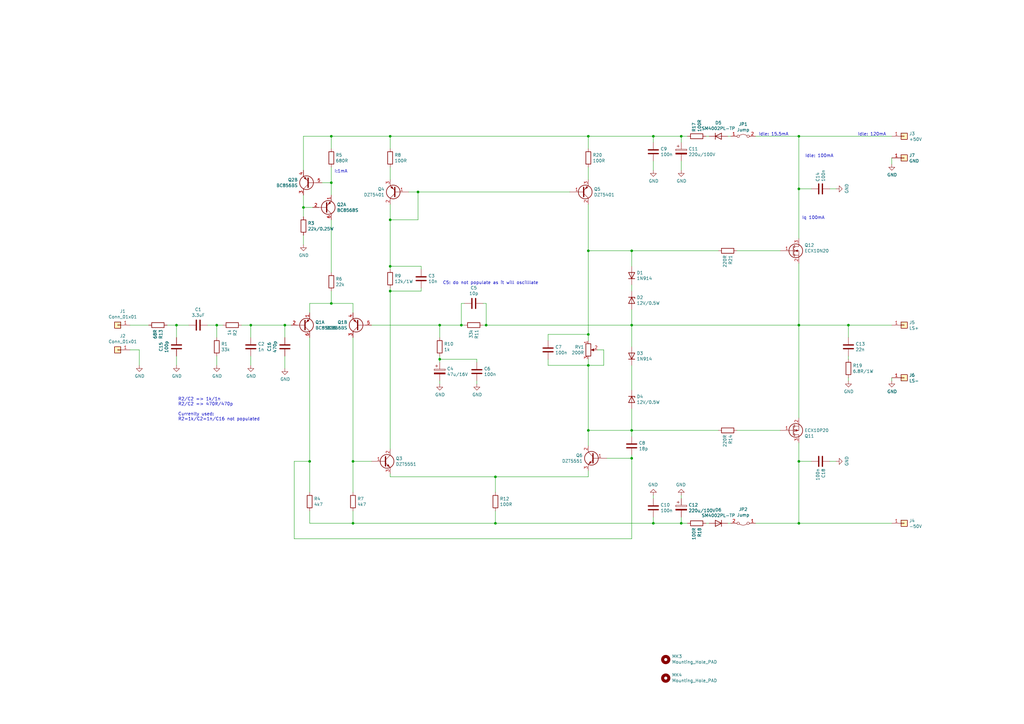
<source format=kicad_sch>
(kicad_sch (version 20211123) (generator eeschema)
  (paper "A3")
  (title_block (title "Lateral MOS FET 80W") (date "2022-03-20") (rev "V2a"))
  (lib_symbols
    (symbol "Connector_Generic:Conn_01x01" (pin_names (offset 1.016) hide)
      (property "Reference" "J" (at 0 2.54 0))
      (property "Value" "Conn_01x01" (at 0 -2.54 0))
      (symbol "Conn_01x01_1_1"
        (rectangle (start -1.27 0.127) (end 0 -0.127) (stroke (width 0.1524)))
        (rectangle (start -1.27 1.27) (end 1.27 -1.27) (stroke (width 0.254)) (fill (type background)))
        (pin passive line (at -5.08 0 0) (length 3.81) (name "Pin_1") (number "1"))
      )
    )
    (symbol "Device:C" (pin_numbers hide) (pin_names (offset 0.254))
      (property "Reference" "C" (at 0.635 2.54 0))
      (property "Value" "C" (at 0.635 -2.54 0))
      (symbol "C_0_1"
        (polyline (pts (xy -2.032 -0.762) (xy 2.032 -0.762)) (stroke (width 0.508)))
        (polyline (pts (xy -2.032 0.762) (xy 2.032 0.762)) (stroke (width 0.508)))
      )
      (symbol "C_1_1"
        (pin passive line (at 0 3.81 270) (length 2.794) (name "~") (number "1"))
        (pin passive line (at 0 -3.81 90) (length 2.794) (name "~") (number "2"))
      )
    )
    (symbol "Device:CP" (pin_numbers hide) (pin_names (offset 0.254))
      (property "Reference" "C" (at 0.635 2.54 0))
      (property "Value" "Device_CP" (at 0.635 -2.54 0))
      (symbol "CP_0_1"
        (rectangle (start -2.286 0.508) (end 2.286 1.016))
        (polyline (pts (xy -1.778 2.286) (xy -0.762 2.286)))
        (polyline (pts (xy -1.27 2.794) (xy -1.27 1.778)))
        (rectangle (start 2.286 -0.508) (end -2.286 -1.016) (fill (type outline)))
      )
      (symbol "CP_1_1"
        (pin passive line (at 0 3.81 270) (length 2.794) (name "~") (number "1"))
        (pin passive line (at 0 -3.81 90) (length 2.794) (name "~") (number "2"))
      )
    )
    (symbol "Device:R" (pin_numbers hide) (pin_names (offset 0))
      (property "Reference" "R" (at 2.032 0 90))
      (property "Value" "R" (at 0 0 90))
      (symbol "R_0_1"
        (rectangle (start -1.016 -2.54) (end 1.016 2.54) (stroke (width 0.254)))
      )
      (symbol "R_1_1"
        (pin passive line (at 0 3.81 270) (length 1.27) (name "~") (number "1"))
        (pin passive line (at 0 -3.81 90) (length 1.27) (name "~") (number "2"))
      )
    )
    (symbol "Device:R_POT" (pin_names (offset 1.016) hide)
      (property "Reference" "RV" (at -4.445 0 90))
      (property "Value" "Device_R_POT" (at -2.54 0 90))
      (symbol "R_POT_0_1"
        (polyline (pts (xy 2.54 0) (xy 1.524 0)))
        (polyline (pts (xy 1.143 0) (xy 2.286 0.508) (xy 2.286 -0.508) (xy 1.143 0)) (fill (type outline)))
        (rectangle (start 1.016 2.54) (end -1.016 -2.54) (stroke (width 0.254)))
      )
      (symbol "R_POT_1_1"
        (pin passive line (at 0 3.81 270) (length 1.27) (name "1") (number "1"))
        (pin passive line (at 3.81 0 180) (length 1.27) (name "2") (number "2"))
        (pin passive line (at 0 -3.81 90) (length 1.27) (name "3") (number "3"))
      )
    )
    (symbol "Diode:1N4002" (pin_numbers hide) (pin_names (offset 1.016) hide)
      (property "Reference" "D" (at 0 2.54 0))
      (property "Value" "1N4002" (at 0 -2.54 0))
      (symbol "1N4002_0_1"
        (polyline (pts (xy -1.27 1.27) (xy -1.27 -1.27)) (stroke (width 0.254)))
        (polyline (pts (xy 1.27 0) (xy -1.27 0)))
        (polyline (pts (xy 1.27 1.27) (xy 1.27 -1.27) (xy -1.27 0) (xy 1.27 1.27)) (stroke (width 0.254)))
      )
      (symbol "1N4002_1_1"
        (pin passive line (at -3.81 0 0) (length 2.54) (name "K") (number "1"))
        (pin passive line (at 3.81 0 180) (length 2.54) (name "A") (number "2"))
      )
    )
    (symbol "Diode:1N4148" (pin_numbers hide) (pin_names (offset 1.016) hide)
      (property "Reference" "D" (at 0 2.54 0))
      (property "Value" "1N4148" (at 0 -2.54 0))
      (symbol "1N4148_0_1"
        (polyline (pts (xy -1.27 1.27) (xy -1.27 -1.27)) (stroke (width 0.254)))
        (polyline (pts (xy 1.27 0) (xy -1.27 0)))
        (polyline (pts (xy 1.27 1.27) (xy 1.27 -1.27) (xy -1.27 0) (xy 1.27 1.27)) (stroke (width 0.254)))
      )
      (symbol "1N4148_1_1"
        (pin passive line (at -3.81 0 0) (length 2.54) (name "K") (number "1"))
        (pin passive line (at 3.81 0 180) (length 2.54) (name "A") (number "2"))
      )
    )
    (symbol "Diode:ZPDxx" (pin_numbers hide) (pin_names (offset 1.016) hide)
      (property "Reference" "D" (at 0 2.54 0))
      (property "Value" "ZPDxx" (at 0 -2.54 0))
      (symbol "ZPDxx_0_1"
        (polyline (pts (xy 1.27 0) (xy -1.27 0)))
        (polyline (pts (xy -1.27 -1.27) (xy -1.27 1.27) (xy -0.762 1.27)) (stroke (width 0.254)))
        (polyline (pts (xy 1.27 -1.27) (xy 1.27 1.27) (xy -1.27 0) (xy 1.27 -1.27)) (stroke (width 0.254)))
      )
      (symbol "ZPDxx_1_1"
        (pin passive line (at -3.81 0 0) (length 2.54) (name "K") (number "1"))
        (pin passive line (at 3.81 0 180) (length 2.54) (name "A") (number "2"))
      )
    )
    (symbol "Jumper:Jumper_2_Bridged" (pin_names (offset 0) hide)
      (property "Reference" "JP" (at 0 1.905 0))
      (property "Value" "Jumper_2_Bridged" (at 0 -2.54 0))
      (symbol "Jumper_2_Bridged_0_0"
        (circle (center -2.032 0) (radius 0.508))
        (circle (center 2.032 0) (radius 0.508))
      )
      (symbol "Jumper_2_Bridged_0_1"
        (arc (start 1.524 0.254) (mid 0 0.762) (end -1.524 0.254))
      )
      (symbol "Jumper_2_Bridged_1_1"
        (pin passive line (at -5.08 0 0) (length 2.54) (name "A") (number "1"))
        (pin passive line (at 5.08 0 180) (length 2.54) (name "B") (number "2"))
      )
    )
    (symbol "Mechanical:MountingHole" (pin_names (offset 1.016))
      (property "Reference" "H" (at 0 5.08 0))
      (property "Value" "MountingHole" (at 0 3.175 0))
      (symbol "MountingHole_0_1"
        (circle (center 0 0) (radius 1.27) (stroke (width 1.27)))
      )
    )
    (symbol "Transistor_BJT:BC856BS" (pin_names (offset 0) hide)
      (property "Reference" "Q" (at 5.08 1.27 0))
      (property "Value" "BC856BS" (at 5.08 -1.27 0))
      (symbol "BC856BS_0_1"
        (polyline (pts (xy 0.635 0) (xy -2.54 0)))
        (polyline (pts (xy 0.635 0.635) (xy 2.54 2.54)))
        (polyline (pts (xy 0.635 -0.635) (xy 2.54 -2.54) (xy 2.54 -2.54)))
        (polyline (pts (xy 0.635 1.905) (xy 0.635 -1.905) (xy 0.635 -1.905)) (stroke (width 0.508)))
        (polyline (pts (xy 2.286 -1.778) (xy 1.778 -2.286) (xy 1.27 -1.27) (xy 2.286 -1.778) (xy 2.286 -1.778)) (fill (type outline)))
        (circle (center 1.27 0) (radius 2.8194) (stroke (width 0.254)))
      )
      (symbol "BC856BS_1_1"
        (pin passive line (at 2.54 -5.08 90) (length 2.54) (name "E1") (number "1"))
        (pin input line (at -5.08 0 0) (length 2.54) (name "B1") (number "2"))
        (pin passive line (at 2.54 5.08 270) (length 2.54) (name "C1") (number "6"))
      )
      (symbol "BC856BS_2_1"
        (pin passive line (at 2.54 5.08 270) (length 2.54) (name "C2") (number "3"))
        (pin passive line (at 2.54 -5.08 90) (length 2.54) (name "E2") (number "4"))
        (pin input line (at -5.08 0 0) (length 2.54) (name "B2") (number "5"))
      )
    )
    (symbol "kicad-snk:DZT5401" (pin_names (offset 0) hide)
      (property "Reference" "Q" (at 5.08 1.905 0))
      (property "Value" "kicad-snk_DZT5401" (at 5.08 0 0))
      (symbol "DZT5401_0_1"
        (polyline (pts (xy 0.635 0.635) (xy 2.54 2.54)))
        (polyline (pts (xy 0.635 -0.635) (xy 2.54 -2.54) (xy 2.54 -2.54)))
        (polyline (pts (xy 0.635 1.905) (xy 0.635 -1.905) (xy 0.635 -1.905)) (stroke (width 0.508)))
        (polyline (pts (xy 2.286 -1.778) (xy 1.778 -2.286) (xy 1.27 -1.27) (xy 2.286 -1.778) (xy 2.286 -1.778)) (fill (type outline)))
        (circle (center 1.27 0) (radius 2.8194) (stroke (width 0.254)))
      )
      (symbol "DZT5401_1_1"
        (pin input line (at -5.08 0 0) (length 5.715) (name "B") (number "1"))
        (pin passive line (at 2.54 5.08 270) (length 2.54) (name "C") (number "2"))
        (pin passive line (at 2.54 -5.08 90) (length 2.54) (name "E") (number "3"))
      )
    )
    (symbol "kicad-snk:DZT5551" (pin_names (offset 0) hide)
      (property "Reference" "Q" (at 5.08 1.905 0))
      (property "Value" "kicad-snk_DZT5551" (at 5.08 0 0))
      (symbol "DZT5551_0_1"
        (polyline (pts (xy 0.635 0.635) (xy 2.54 2.54)))
        (polyline (pts (xy 0.635 -0.635) (xy 2.54 -2.54) (xy 2.54 -2.54)))
        (polyline (pts (xy 0.635 1.905) (xy 0.635 -1.905) (xy 0.635 -1.905)) (stroke (width 0.508)))
        (polyline (pts (xy 1.27 -1.778) (xy 1.778 -1.27) (xy 2.286 -2.286) (xy 1.27 -1.778) (xy 1.27 -1.778)) (fill (type outline)))
        (circle (center 1.27 0) (radius 2.8194) (stroke (width 0.254)))
      )
      (symbol "DZT5551_1_1"
        (pin input line (at -5.08 0 0) (length 5.715) (name "B") (number "1"))
        (pin passive line (at 2.54 5.08 270) (length 2.54) (name "C") (number "2"))
        (pin passive line (at 2.54 -5.08 90) (length 2.54) (name "E") (number "3"))
      )
    )
    (symbol "kicad-snk:Q_NMOS_GSD" (pin_names (offset 0) hide)
      (property "Reference" "Q" (at 7.62 1.27 0))
      (property "Value" "kicad-snk_Q_NMOS_GSD" (at 16.51 -1.27 0))
      (symbol "Q_NMOS_GSD_0_1"
        (polyline (pts (xy 0.762 -1.778) (xy 2.54 -1.778)))
        (polyline (pts (xy 0.762 -1.27) (xy 0.762 -2.286)) (stroke (width 0.254)))
        (polyline (pts (xy 0.762 0) (xy 2.54 0)))
        (polyline (pts (xy 0.762 0.508) (xy 0.762 -0.508)) (stroke (width 0.254)))
        (polyline (pts (xy 0.762 1.778) (xy 2.54 1.778)))
        (polyline (pts (xy 0.762 2.286) (xy 0.762 1.27)) (stroke (width 0.254)))
        (polyline (pts (xy 2.54 -1.778) (xy 2.54 -2.54)))
        (polyline (pts (xy 2.54 -1.778) (xy 2.54 0)))
        (polyline (pts (xy 2.54 2.54) (xy 2.54 1.778)))
        (polyline (pts (xy 0.254 1.905) (xy 0.254 -1.905) (xy 0.254 -1.905)) (stroke (width 0.254)))
        (polyline (pts (xy 1.016 0) (xy 2.032 0.381) (xy 2.032 -0.381) (xy 1.016 0)) (fill (type outline)))
        (circle (center 1.27 0) (radius 2.8194) (stroke (width 0.254)))
      )
      (symbol "Q_NMOS_GSD_1_1"
        (pin input line (at -5.08 0 0) (length 5.334) (name "G") (number "1"))
        (pin passive line (at 2.54 -5.08 90) (length 2.54) (name "S") (number "2"))
        (pin passive line (at 2.54 5.08 270) (length 2.54) (name "D") (number "3"))
      )
    )
    (symbol "kicad-snk:Q_PMOS_GSD" (pin_names (offset 0) hide)
      (property "Reference" "Q" (at 7.62 1.27 0))
      (property "Value" "kicad-snk_Q_PMOS_GSD" (at 16.51 -1.27 0))
      (symbol "Q_PMOS_GSD_0_1"
        (polyline (pts (xy 0.762 -1.778) (xy 2.54 -1.778)))
        (polyline (pts (xy 0.762 -1.27) (xy 0.762 -2.286)) (stroke (width 0.254)))
        (polyline (pts (xy 0.762 0) (xy 2.54 0)))
        (polyline (pts (xy 0.762 0.508) (xy 0.762 -0.508)) (stroke (width 0.254)))
        (polyline (pts (xy 0.762 1.778) (xy 2.54 1.778)))
        (polyline (pts (xy 0.762 2.286) (xy 0.762 1.27)) (stroke (width 0.254)))
        (polyline (pts (xy 2.54 -1.778) (xy 2.54 -2.54)))
        (polyline (pts (xy 2.54 -1.778) (xy 2.54 0)))
        (polyline (pts (xy 2.54 2.54) (xy 2.54 1.778)))
        (polyline (pts (xy 0.254 1.905) (xy 0.254 -1.905) (xy 0.254 -1.905)) (stroke (width 0.254)))
        (polyline (pts (xy 2.286 0) (xy 1.27 -0.381) (xy 1.27 0.381) (xy 2.286 0)) (fill (type outline)))
        (circle (center 1.27 0) (radius 2.8194) (stroke (width 0.254)))
      )
      (symbol "Q_PMOS_GSD_1_1"
        (pin input line (at -5.08 0 0) (length 5.334) (name "G") (number "1"))
        (pin passive line (at 2.54 -5.08 90) (length 2.54) (name "D") (number "2"))
        (pin passive line (at 2.54 5.08 270) (length 2.54) (name "S") (number "3"))
      )
    )
    (symbol "power:GND" (power) (pin_names (offset 0))
      (property "Value" "GND" (at 0 -3.81 0))
      (symbol "GND_0_1"
        (polyline (pts (xy 0 0) (xy 0 -1.27) (xy 1.27 -1.27) (xy 0 -2.54) (xy -1.27 -1.27) (xy 0 -1.27)))
      )
      (symbol "GND_1_1"
        (pin power_in line (at 0 0 270) (length 0) hide (name "GND") (number "1"))
      )
    )
  )
  (junction (at 241.3 55.88))
  (junction (at 135.89 74.93))
  (junction (at 259.08 102.87))
  (junction (at 180.34 133.35))
  (junction (at 116.84 133.35))
  (junction (at 347.98 133.35))
  (junction (at 241.3 137.16))
  (junction (at 241.3 102.87))
  (junction (at 160.02 90.17))
  (junction (at 135.89 124.46))
  (junction (at 267.97 214.63))
  (junction (at 88.9 133.35))
  (junction (at 259.08 133.35))
  (junction (at 160.02 109.22))
  (junction (at 241.3 149.86))
  (junction (at 267.97 55.88))
  (junction (at 327.66 189.23))
  (junction (at 279.4 55.88))
  (junction (at 171.45 78.74))
  (junction (at 327.66 55.88))
  (junction (at 203.2 214.63))
  (junction (at 135.89 55.88))
  (junction (at 144.78 189.23))
  (junction (at 72.39 133.35))
  (junction (at 189.23 133.35))
  (junction (at 203.2 195.58))
  (junction (at 327.66 133.35))
  (junction (at 199.39 133.35))
  (junction (at 327.66 214.63))
  (junction (at 127 189.23))
  (junction (at 241.3 176.53))
  (junction (at 259.08 187.96))
  (junction (at 124.46 85.09))
  (junction (at 160.02 55.88))
  (junction (at 160.02 119.38))
  (junction (at 259.08 176.53))
  (junction (at 102.87 133.35))
  (junction (at 180.34 147.32))
  (junction (at 144.78 214.63))
  (junction (at 279.4 214.63))
  (junction (at 327.66 77.47))
  (wire (pts (xy 57.15 143.51) (xy 53.34 143.51)))
  (wire (pts (xy 247.65 149.86) (xy 247.65 143.51)))
  (wire (pts (xy 309.88 214.63) (xy 327.66 214.63)))
  (wire (pts (xy 189.23 124.46) (xy 189.23 133.35)))
  (wire (pts (xy 195.58 147.32) (xy 180.34 147.32)))
  (wire (pts (xy 160.02 194.31) (xy 160.02 195.58)))
  (wire (pts (xy 327.66 214.63) (xy 327.66 189.23)))
  (wire (pts (xy 259.08 176.53) (xy 241.3 176.53)))
  (wire (pts (xy 190.5 124.46) (xy 189.23 124.46)))
  (wire (pts (xy 195.58 148.59) (xy 195.58 147.32)))
  (wire (pts (xy 259.08 109.22) (xy 259.08 102.87)))
  (wire (pts (xy 144.78 138.43) (xy 144.78 189.23)))
  (wire (pts (xy 135.89 119.38) (xy 135.89 124.46)))
  (wire (pts (xy 267.97 55.88) (xy 267.97 58.42)))
  (wire (pts (xy 68.58 133.35) (xy 72.39 133.35)))
  (wire (pts (xy 53.34 133.35) (xy 60.96 133.35)))
  (wire (pts (xy 259.08 133.35) (xy 259.08 127)))
  (wire (pts (xy 267.97 66.04) (xy 267.97 69.85)))
  (wire (pts (xy 332.74 77.47) (xy 327.66 77.47)))
  (wire (pts (xy 172.72 110.49) (xy 172.72 109.22)))
  (wire (pts (xy 332.74 189.23) (xy 327.66 189.23)))
  (wire (pts (xy 135.89 74.93) (xy 135.89 68.58)))
  (wire (pts (xy 72.39 133.35) (xy 77.47 133.35)))
  (wire (pts (xy 119.38 133.35) (xy 116.84 133.35)))
  (wire (pts (xy 279.4 55.88) (xy 279.4 58.42)))
  (wire (pts (xy 327.66 97.79) (xy 327.66 77.47)))
  (wire (pts (xy 120.65 220.98) (xy 259.08 220.98)))
  (wire (pts (xy 180.34 147.32) (xy 180.34 146.05)))
  (wire (pts (xy 241.3 149.86) (xy 247.65 149.86)))
  (wire (pts (xy 241.3 55.88) (xy 160.02 55.88)))
  (wire (pts (xy 120.65 189.23) (xy 120.65 220.98)))
  (wire (pts (xy 144.78 214.63) (xy 203.2 214.63)))
  (wire (pts (xy 290.83 55.88) (xy 289.56 55.88)))
  (wire (pts (xy 102.87 138.43) (xy 102.87 133.35)))
  (wire (pts (xy 302.26 176.53) (xy 320.04 176.53)))
  (wire (pts (xy 241.3 149.86) (xy 241.3 176.53)))
  (wire (pts (xy 160.02 90.17) (xy 160.02 83.82)))
  (wire (pts (xy 203.2 195.58) (xy 241.3 195.58)))
  (wire (pts (xy 132.08 74.93) (xy 135.89 74.93)))
  (wire (pts (xy 171.45 90.17) (xy 171.45 78.74)))
  (wire (pts (xy 160.02 60.96) (xy 160.02 55.88)))
  (wire (pts (xy 298.45 55.88) (xy 299.72 55.88)))
  (wire (pts (xy 127 128.27) (xy 127 124.46)))
  (wire (pts (xy 365.76 64.77) (xy 365.76 67.31)))
  (wire (pts (xy 241.3 139.7) (xy 241.3 137.16)))
  (wire (pts (xy 259.08 160.02) (xy 259.08 149.86)))
  (wire (pts (xy 127 124.46) (xy 135.89 124.46)))
  (wire (pts (xy 135.89 55.88) (xy 124.46 55.88)))
  (wire (pts (xy 327.66 77.47) (xy 327.66 55.88)))
  (wire (pts (xy 241.3 147.32) (xy 241.3 149.86)))
  (wire (pts (xy 241.3 73.66) (xy 241.3 68.58)))
  (wire (pts (xy 127 201.93) (xy 127 189.23)))
  (wire (pts (xy 160.02 119.38) (xy 160.02 118.11)))
  (wire (pts (xy 172.72 118.11) (xy 172.72 119.38)))
  (wire (pts (xy 267.97 214.63) (xy 203.2 214.63)))
  (wire (pts (xy 327.66 189.23) (xy 327.66 181.61)))
  (wire (pts (xy 259.08 102.87) (xy 294.64 102.87)))
  (wire (pts (xy 347.98 138.43) (xy 347.98 133.35)))
  (wire (pts (xy 72.39 133.35) (xy 72.39 138.43)))
  (wire (pts (xy 102.87 149.86) (xy 102.87 146.05)))
  (wire (pts (xy 88.9 149.86) (xy 88.9 146.05)))
  (wire (pts (xy 135.89 80.01) (xy 135.89 74.93)))
  (wire (pts (xy 347.98 156.21) (xy 347.98 154.94)))
  (wire (pts (xy 180.34 133.35) (xy 152.4 133.35)))
  (wire (pts (xy 241.3 176.53) (xy 241.3 182.88)))
  (wire (pts (xy 160.02 73.66) (xy 160.02 68.58)))
  (wire (pts (xy 224.79 139.7) (xy 224.79 137.16)))
  (wire (pts (xy 102.87 133.35) (xy 116.84 133.35)))
  (wire (pts (xy 302.26 102.87) (xy 320.04 102.87)))
  (wire (pts (xy 342.9 77.47) (xy 340.36 77.47)))
  (wire (pts (xy 279.4 214.63) (xy 267.97 214.63)))
  (wire (pts (xy 199.39 133.35) (xy 199.39 124.46)))
  (wire (pts (xy 309.88 55.88) (xy 327.66 55.88)))
  (wire (pts (xy 279.4 212.09) (xy 279.4 214.63)))
  (wire (pts (xy 124.46 80.01) (xy 124.46 85.09)))
  (wire (pts (xy 347.98 147.32) (xy 347.98 146.05)))
  (wire (pts (xy 180.34 148.59) (xy 180.34 147.32)))
  (wire (pts (xy 195.58 157.48) (xy 195.58 156.21)))
  (wire (pts (xy 327.66 55.88) (xy 365.76 55.88)))
  (wire (pts (xy 88.9 138.43) (xy 88.9 133.35)))
  (wire (pts (xy 171.45 78.74) (xy 233.68 78.74)))
  (wire (pts (xy 203.2 214.63) (xy 203.2 209.55)))
  (wire (pts (xy 124.46 100.33) (xy 124.46 96.52)))
  (wire (pts (xy 299.72 214.63) (xy 298.45 214.63)))
  (wire (pts (xy 160.02 90.17) (xy 171.45 90.17)))
  (wire (pts (xy 135.89 60.96) (xy 135.89 55.88)))
  (wire (pts (xy 160.02 119.38) (xy 160.02 184.15)))
  (wire (pts (xy 365.76 133.35) (xy 347.98 133.35)))
  (wire (pts (xy 281.94 55.88) (xy 279.4 55.88)))
  (wire (pts (xy 248.92 187.96) (xy 259.08 187.96)))
  (wire (pts (xy 127 214.63) (xy 144.78 214.63)))
  (wire (pts (xy 160.02 195.58) (xy 203.2 195.58)))
  (wire (pts (xy 224.79 147.32) (xy 224.79 149.86)))
  (wire (pts (xy 160.02 55.88) (xy 135.89 55.88)))
  (wire (pts (xy 241.3 55.88) (xy 241.3 60.96)))
  (wire (pts (xy 327.66 107.95) (xy 327.66 133.35)))
  (wire (pts (xy 144.78 214.63) (xy 144.78 209.55)))
  (wire (pts (xy 135.89 124.46) (xy 144.78 124.46)))
  (wire (pts (xy 160.02 119.38) (xy 172.72 119.38)))
  (wire (pts (xy 279.4 66.04) (xy 279.4 69.85)))
  (wire (pts (xy 124.46 85.09) (xy 124.46 88.9)))
  (wire (pts (xy 347.98 133.35) (xy 327.66 133.35)))
  (wire (pts (xy 85.09 133.35) (xy 88.9 133.35)))
  (wire (pts (xy 241.3 195.58) (xy 241.3 193.04)))
  (wire (pts (xy 160.02 109.22) (xy 172.72 109.22)))
  (wire (pts (xy 160.02 110.49) (xy 160.02 109.22)))
  (wire (pts (xy 267.97 204.47) (xy 267.97 203.2)))
  (wire (pts (xy 180.34 157.48) (xy 180.34 156.21)))
  (wire (pts (xy 259.08 176.53) (xy 259.08 167.64)))
  (wire (pts (xy 102.87 133.35) (xy 99.06 133.35)))
  (wire (pts (xy 342.9 189.23) (xy 340.36 189.23)))
  (wire (pts (xy 116.84 146.05) (xy 116.84 151.13)))
  (wire (pts (xy 241.3 102.87) (xy 241.3 83.82)))
  (wire (pts (xy 199.39 133.35) (xy 259.08 133.35)))
  (wire (pts (xy 224.79 149.86) (xy 241.3 149.86)))
  (wire (pts (xy 72.39 146.05) (xy 72.39 149.86)))
  (wire (pts (xy 167.64 78.74) (xy 171.45 78.74)))
  (wire (pts (xy 127 209.55) (xy 127 214.63)))
  (wire (pts (xy 245.11 143.51) (xy 247.65 143.51)))
  (wire (pts (xy 241.3 137.16) (xy 241.3 102.87)))
  (wire (pts (xy 144.78 124.46) (xy 144.78 128.27)))
  (wire (pts (xy 144.78 201.93) (xy 144.78 189.23)))
  (wire (pts (xy 259.08 187.96) (xy 259.08 186.69)))
  (wire (pts (xy 290.83 214.63) (xy 289.56 214.63)))
  (wire (pts (xy 327.66 214.63) (xy 365.76 214.63)))
  (wire (pts (xy 279.4 203.2) (xy 279.4 204.47)))
  (wire (pts (xy 124.46 55.88) (xy 124.46 69.85)))
  (wire (pts (xy 241.3 102.87) (xy 259.08 102.87)))
  (wire (pts (xy 128.27 85.09) (xy 124.46 85.09)))
  (wire (pts (xy 91.44 133.35) (xy 88.9 133.35)))
  (wire (pts (xy 57.15 149.86) (xy 57.15 143.51)))
  (wire (pts (xy 160.02 109.22) (xy 160.02 90.17)))
  (wire (pts (xy 189.23 133.35) (xy 180.34 133.35)))
  (wire (pts (xy 198.12 133.35) (xy 199.39 133.35)))
  (wire (pts (xy 259.08 142.24) (xy 259.08 133.35)))
  (wire (pts (xy 190.5 133.35) (xy 189.23 133.35)))
  (wire (pts (xy 127 138.43) (xy 127 189.23)))
  (wire (pts (xy 199.39 124.46) (xy 198.12 124.46)))
  (wire (pts (xy 127 189.23) (xy 120.65 189.23)))
  (wire (pts (xy 224.79 137.16) (xy 241.3 137.16)))
  (wire (pts (xy 267.97 212.09) (xy 267.97 214.63)))
  (wire (pts (xy 267.97 55.88) (xy 241.3 55.88)))
  (wire (pts (xy 259.08 133.35) (xy 327.66 133.35)))
  (wire (pts (xy 116.84 133.35) (xy 116.84 138.43)))
  (wire (pts (xy 259.08 119.38) (xy 259.08 116.84)))
  (wire (pts (xy 259.08 176.53) (xy 294.64 176.53)))
  (wire (pts (xy 180.34 138.43) (xy 180.34 133.35)))
  (wire (pts (xy 279.4 55.88) (xy 267.97 55.88)))
  (wire (pts (xy 259.08 220.98) (xy 259.08 187.96)))
  (wire (pts (xy 203.2 201.93) (xy 203.2 195.58)))
  (wire (pts (xy 281.94 214.63) (xy 279.4 214.63)))
  (wire (pts (xy 259.08 179.07) (xy 259.08 176.53)))
  (wire (pts (xy 327.66 133.35) (xy 327.66 171.45)))
  (wire (pts (xy 135.89 111.76) (xy 135.89 90.17)))
  (wire (pts (xy 365.76 156.21) (xy 365.76 154.94)))
  (wire (pts (xy 152.4 189.23) (xy 144.78 189.23)))
  (text "C5: do not populate as it will oscilllate" (at 181.61 116.84 0) (effects (font (size 1.27 1.27)) (justify left bottom)))
  (text "Idle: 100mA" (at 330.2 64.77 0) (effects (font (size 1.27 1.27)) (justify left bottom)))
  (text "Iq 100mA" (at 328.93 90.17 0) (effects (font (size 1.27 1.27)) (justify left bottom)))
  (text "Idle: 15.5mA" (at 311.15 55.88 0) (effects (font (size 1.27 1.27)) (justify left bottom)))
  (text "Idle: 120mA" (at 351.79 55.88 0) (effects (font (size 1.27 1.27)) (justify left bottom)))
  (text "I:1mA" (at 137.16 71.12 0) (effects (font (size 1.27 1.27)) (justify left bottom)))
  (text "R2/C2 => 1k/1n\nR2/C2 => 470R/470p\n\nCurrenlty used:\nR2=1k/C2=1n/C16 not populated" (at 73.025 172.72 0) (effects (font (size 1.27 1.27)) (justify left bottom)))
  (symbol (lib_id "Device:R") (at 95.25 133.35 270) (unit 1)
    (property "Reference" "R2" (at 96.4184 135.128 0) (effects (justify left)))
    (property "Value" "1k" (at 94.107 135.128 0) (effects (justify left)))
    (property "Footprint" "Resistor_SMD:R_0805_2012Metric_Pad1.20x1.40mm_HandSolder" (effects hide))
  )
  (symbol (lib_id "Device:C") (at 102.87 142.24 0) (unit 1)
    (property "Reference" "C2" (at 105.791 141.0716 0) (effects (justify left)))
    (property "Value" "1n" (at 105.791 143.383 0) (effects (justify left)))
    (property "Footprint" "Capacitor_THT:C_Rect_L7.2mm_W2.5mm_P5.00mm_FKS2_FKP2_MKS2_MKP2" (effects hide))
  )
  (symbol (lib_id "Device:C") (at 81.28 133.35 270) (unit 1)
    (property "Reference" "C1" (at 81.28 126.9492 90))
    (property "Value" "3.3uF" (at 81.28 129.2606 90))
    (property "Footprint" "Capacitor_THT:C_Rect_L7.2mm_W7.2mm_P5.00mm_FKS2_FKP2_MKS2_MKP2" (effects hide))
  )
  (symbol (lib_id "power:GND") (at 88.9 149.86 0) (unit 1)
    (property "Reference" "#PWR0101" (effects hide))
    (property "Value" "GND" (at 89.027 154.2542 0))
  )
  (symbol (lib_id "Device:R") (at 88.9 142.24 0) (unit 1)
    (property "Reference" "R1" (at 90.678 141.0716 0) (effects (justify left)))
    (property "Value" "33k" (at 90.678 143.383 0) (effects (justify left)))
    (property "Footprint" "Resistor_SMD:R_0805_2012Metric_Pad1.20x1.40mm_HandSolder" (effects hide))
  )
  (symbol (lib_id "power:GND") (at 57.15 149.86 0) (unit 1)
    (property "Reference" "#PWR0102" (effects hide))
    (property "Value" "GND" (at 57.277 154.2542 0))
  )
  (symbol (lib_id "Connector_Generic:Conn_01x01") (at 48.26 133.35 180) (unit 1)
    (property "Reference" "J1" (at 50.3428 127.635 0))
    (property "Value" "Conn_01x01" (at 50.3428 129.9464 0))
    (property "Footprint" "Connector_Pin:Pin_D1.0mm_L10.0mm" (effects hide))
  )
  (symbol (lib_id "Connector_Generic:Conn_01x01") (at 48.26 143.51 180) (unit 1)
    (property "Reference" "J2" (at 50.3428 137.795 0))
    (property "Value" "Conn_01x01" (at 50.3428 140.1064 0))
    (property "Footprint" "Connector_Pin:Pin_D1.0mm_L10.0mm" (effects hide))
  )
  (symbol (lib_id "Device:R") (at 135.89 115.57 0) (unit 1)
    (property "Reference" "R6" (at 137.668 114.4016 0) (effects (justify left)))
    (property "Value" "22k" (at 137.668 116.713 0) (effects (justify left)))
    (property "Footprint" "Resistor_SMD:R_0805_2012Metric_Pad1.20x1.40mm_HandSolder" (effects hide))
  )
  (symbol (lib_id "Device:R") (at 124.46 92.71 0) (unit 1)
    (property "Reference" "R3" (at 126.238 91.5416 0) (effects (justify left)))
    (property "Value" "22k/0.25W" (at 126.238 93.853 0) (effects (justify left)))
    (property "Footprint" "Resistor_SMD:R_0805_2012Metric_Pad1.20x1.40mm_HandSolder" (effects hide))
  )
  (symbol (lib_id "power:GND") (at 124.46 100.33 0) (unit 1)
    (property "Reference" "#PWR0103" (effects hide))
    (property "Value" "GND" (at 124.587 104.7242 0))
  )
  (symbol (lib_id "Jumper:Jumper_2_Bridged") (at 304.8 55.88 0) (unit 1)
    (property "Reference" "JP1" (at 304.8 50.927 0))
    (property "Value" "Jump" (at 304.8 53.2384 0))
    (property "Footprint" "Connector_PinHeader_2.54mm:PinHeader_1x02_P2.54mm_Vertical" (effects hide))
  )
  (symbol (lib_id "Device:R") (at 135.89 64.77 0) (unit 1)
    (property "Reference" "R5" (at 137.668 63.6016 0) (effects (justify left)))
    (property "Value" "680R" (at 137.668 65.913 0) (effects (justify left)))
    (property "Footprint" "Resistor_SMD:R_0805_2012Metric_Pad1.20x1.40mm_HandSolder" (effects hide))
  )
  (symbol (lib_id "Jumper:Jumper_2_Bridged") (at 304.8 214.63 180) (unit 1)
    (property "Reference" "JP2" (at 304.8 208.915 0))
    (property "Value" "Jump" (at 304.8 211.2264 0))
    (property "Footprint" "Connector_PinHeader_2.54mm:PinHeader_1x02_P2.54mm_Vertical" (effects hide))
  )
  (symbol (lib_id "Device:R") (at 160.02 64.77 0) (unit 1)
    (property "Reference" "R8" (at 161.798 63.6016 0) (effects (justify left)))
    (property "Value" "100R" (at 161.798 65.913 0) (effects (justify left)))
    (property "Footprint" "Resistor_SMD:R_0805_2012Metric_Pad1.20x1.40mm_HandSolder" (effects hide))
  )
  (symbol (lib_id "Device:CP") (at 180.34 152.4 0) (unit 1)
    (property "Reference" "C4" (at 183.3372 151.2316 0) (effects (justify left)))
    (property "Value" "47u/16V" (at 183.3372 153.543 0) (effects (justify left)))
    (property "Footprint" "Capacitor_THT:CP_Radial_D5.0mm_P2.00mm" (effects hide))
  )
  (symbol (lib_id "Device:C") (at 195.58 152.4 0) (unit 1)
    (property "Reference" "C6" (at 198.501 151.2316 0) (effects (justify left)))
    (property "Value" "100n" (at 198.501 153.543 0) (effects (justify left)))
    (property "Footprint" "Capacitor_THT:C_Rect_L7.2mm_W2.5mm_P5.00mm_FKS2_FKP2_MKS2_MKP2" (effects hide))
  )
  (symbol (lib_id "Device:R") (at 180.34 142.24 0) (unit 1)
    (property "Reference" "R10" (at 182.118 141.0716 0) (effects (justify left)))
    (property "Value" "1k" (at 182.118 143.383 0) (effects (justify left)))
    (property "Footprint" "Resistor_SMD:R_0805_2012Metric_Pad1.20x1.40mm_HandSolder" (effects hide))
  )
  (symbol (lib_id "Device:R") (at 144.78 205.74 0) (unit 1)
    (property "Reference" "R7" (at 146.558 204.5716 0) (effects (justify left)))
    (property "Value" "4k7" (at 146.558 206.883 0) (effects (justify left)))
    (property "Footprint" "Resistor_SMD:R_0805_2012Metric_Pad1.20x1.40mm_HandSolder" (effects hide))
  )
  (symbol (lib_id "Device:R") (at 127 205.74 0) (unit 1)
    (property "Reference" "R4" (at 128.778 204.5716 0) (effects (justify left)))
    (property "Value" "4k7" (at 128.778 206.883 0) (effects (justify left)))
    (property "Footprint" "Resistor_SMD:R_0805_2012Metric_Pad1.20x1.40mm_HandSolder" (effects hide))
  )
  (symbol (lib_id "power:GND") (at 102.87 149.86 0) (unit 1)
    (property "Reference" "#PWR0104" (effects hide))
    (property "Value" "GND" (at 102.997 154.2542 0))
  )
  (symbol (lib_id "Device:R") (at 160.02 114.3 0) (unit 1)
    (property "Reference" "R9" (at 161.798 113.1316 0) (effects (justify left)))
    (property "Value" "12k/1W" (at 161.798 115.443 0) (effects (justify left)))
    (property "Footprint" "Resistor_SMD:R_1206_3216Metric_Pad1.30x1.75mm_HandSolder" (effects hide))
  )
  (symbol (lib_id "Device:R") (at 194.31 133.35 270) (unit 1)
    (property "Reference" "R11" (at 195.4784 135.128 0) (effects (justify left)))
    (property "Value" "33k" (at 193.167 135.128 0) (effects (justify left)))
    (property "Footprint" "Resistor_SMD:R_0805_2012Metric_Pad1.20x1.40mm_HandSolder" (effects hide))
  )
  (symbol (lib_id "Device:C") (at 194.31 124.46 270) (unit 1)
    (property "Reference" "C5" (at 194.31 118.0592 90))
    (property "Value" "10p" (at 194.31 120.3706 90))
    (property "Footprint" "Capacitor_SMD:C_0805_2012Metric_Pad1.18x1.45mm_HandSolder" (effects hide))
  )
  (symbol (lib_id "Device:C") (at 172.72 114.3 0) (unit 1)
    (property "Reference" "C3" (at 175.641 113.1316 0) (effects (justify left)))
    (property "Value" "10n" (at 175.641 115.443 0) (effects (justify left)))
    (property "Footprint" "Capacitor_THT:C_Rect_L7.2mm_W2.5mm_P5.00mm_FKS2_FKP2_MKS2_MKP2" (effects hide))
  )
  (symbol (lib_id "Connector_Generic:Conn_01x01") (at 370.84 55.88 0) (unit 1)
    (property "Reference" "J3" (at 372.872 54.8132 0) (effects (justify left)))
    (property "Value" "+50V" (at 372.872 57.1246 0) (effects (justify left)))
    (property "Footprint" "Connector_Wire:SolderWire-1.5sqmm_1x01_D1.7mm_OD3.9mm" (effects hide))
  )
  (symbol (lib_id "Connector_Generic:Conn_01x01") (at 370.84 214.63 0) (unit 1)
    (property "Reference" "J4" (at 372.872 213.5632 0) (effects (justify left)))
    (property "Value" "-50V" (at 372.872 215.8746 0) (effects (justify left)))
    (property "Footprint" "Connector_Wire:SolderWire-1.5sqmm_1x01_D1.7mm_OD3.9mm" (effects hide))
  )
  (symbol (lib_id "power:GND") (at 347.98 156.21 0) (unit 1)
    (property "Reference" "#PWR0109" (effects hide))
    (property "Value" "GND" (at 348.107 160.6042 0))
  )
  (symbol (lib_id "Connector_Generic:Conn_01x01") (at 370.84 154.94 0) (unit 1)
    (property "Reference" "J6" (at 372.872 153.8732 0) (effects (justify left)))
    (property "Value" "LS-" (at 372.872 156.1846 0) (effects (justify left)))
    (property "Footprint" "Connector_Wire:SolderWire-1.5sqmm_1x01_D1.7mm_OD3.9mm" (effects hide))
  )
  (symbol (lib_id "Connector_Generic:Conn_01x01") (at 370.84 133.35 0) (unit 1)
    (property "Reference" "J5" (at 372.872 132.2832 0) (effects (justify left)))
    (property "Value" "LS+" (at 372.872 134.5946 0) (effects (justify left)))
    (property "Footprint" "Connector_Wire:SolderWire-1.5sqmm_1x01_D1.7mm_OD3.9mm" (effects hide))
  )
  (symbol (lib_id "power:GND") (at 365.76 156.21 0) (unit 1)
    (property "Reference" "#PWR0110" (effects hide))
    (property "Value" "GND" (at 365.887 160.6042 0))
  )
  (symbol (lib_id "Device:R_POT") (at 241.3 143.51 0) (unit 1)
    (property "Reference" "RV1" (at 239.5474 142.3416 0) (effects (justify right)))
    (property "Value" "200R" (at 239.5474 144.653 0) (effects (justify right)))
    (property "Footprint" "Potentiometer_THT:Potentiometer_Bourns_3296W_Vertical" (effects hide))
  )
  (symbol (lib_id "Device:C") (at 224.79 143.51 180) (unit 1)
    (property "Reference" "C7" (at 227.711 142.3416 0) (effects (justify right)))
    (property "Value" "100n" (at 227.711 144.653 0) (effects (justify right)))
    (property "Footprint" "Capacitor_THT:C_Rect_L7.2mm_W2.5mm_P5.00mm_FKS2_FKP2_MKS2_MKP2" (effects hide))
  )
  (symbol (lib_id "Device:R") (at 203.2 205.74 0) (unit 1)
    (property "Reference" "R12" (at 204.978 204.5716 0) (effects (justify left)))
    (property "Value" "100R" (at 204.978 206.883 0) (effects (justify left)))
    (property "Footprint" "Resistor_SMD:R_0805_2012Metric_Pad1.20x1.40mm_HandSolder" (effects hide))
  )
  (symbol (lib_id "Diode:1N4148") (at 259.08 113.03 90) (unit 1)
    (property "Reference" "D1" (at 261.112 111.8616 90) (effects (justify right)))
    (property "Value" "1N914" (at 261.112 114.173 90) (effects (justify right)))
    (property "Footprint" "Diode_SMD:D_SOD-123" (effects hide))
    (property "Datasheet" "https://assets.nexperia.com/documents/data-sheet/1N4148_1N4448.pdf" (effects hide))
  )
  (symbol (lib_id "Diode:ZPDxx") (at 259.08 123.19 270) (unit 1)
    (property "Reference" "D2" (at 261.112 122.0216 90) (effects (justify left)))
    (property "Value" "12V/0.5W" (at 261.112 124.333 90) (effects (justify left)))
    (property "Footprint" "Diode_SMD:D_SOD-123" (effects hide))
    (property "Datasheet" "http://diotec.com/tl_files/diotec/files/pdf/datasheets/zpd1" (effects hide))
  )
  (symbol (lib_id "Diode:1N4148") (at 259.08 146.05 90) (unit 1)
    (property "Reference" "D3" (at 261.112 144.8816 90) (effects (justify right)))
    (property "Value" "1N914" (at 261.112 147.193 90) (effects (justify right)))
    (property "Footprint" "Diode_SMD:D_SOD-123" (effects hide))
    (property "Datasheet" "https://assets.nexperia.com/documents/data-sheet/1N4148_1N4448.pdf" (effects hide))
  )
  (symbol (lib_id "Diode:ZPDxx") (at 259.08 163.83 270) (unit 1)
    (property "Reference" "D4" (at 261.112 162.6616 90) (effects (justify left)))
    (property "Value" "12V/0.5W" (at 261.112 164.973 90) (effects (justify left)))
    (property "Footprint" "Diode_SMD:D_SOD-123" (effects hide))
    (property "Datasheet" "http://diotec.com/tl_files/diotec/files/pdf/datasheets/zpd1" (effects hide))
  )
  (symbol (lib_id "Device:C") (at 259.08 182.88 180) (unit 1)
    (property "Reference" "C8" (at 262.001 181.7116 0) (effects (justify right)))
    (property "Value" "18p" (at 262.001 184.023 0) (effects (justify right)))
    (property "Footprint" "Capacitor_SMD:C_0805_2012Metric_Pad1.18x1.45mm_HandSolder" (effects hide))
  )
  (symbol (lib_id "Device:R") (at 298.45 176.53 270) (unit 1)
    (property "Reference" "R14" (at 299.6184 178.308 0) (effects (justify left)))
    (property "Value" "220R" (at 297.307 178.308 0) (effects (justify left)))
    (property "Footprint" "Resistor_SMD:R_0805_2012Metric_Pad1.20x1.40mm_HandSolder" (effects hide))
  )
  (symbol (lib_id "kicad-snk:Q_PMOS_GSD") (at 325.12 176.53 0) (mirror x) (unit 1)
    (property "Reference" "Q11" (at 329.9714 178.8414 0) (effects (justify left)))
    (property "Value" "ECX10P20" (at 329.9714 176.53 0) (effects (justify left)))
    (property "Footprint" "Package_TO_SOT_THT:TO-247-3_Horizontal_TabUp" (effects hide))
  )
  (symbol (lib_id "Connector_Generic:Conn_01x01") (at 370.84 64.77 0) (unit 1)
    (property "Reference" "J7" (at 372.872 63.7032 0) (effects (justify left)))
    (property "Value" "GND" (at 372.872 66.0146 0) (effects (justify left)))
    (property "Footprint" "Connector_Wire:SolderWire-1.5sqmm_1x01_D1.7mm_OD3.9mm" (effects hide))
  )
  (symbol (lib_id "Device:R") (at 347.98 151.13 0) (unit 1)
    (property "Reference" "R19" (at 349.758 149.9616 0) (effects (justify left)))
    (property "Value" "6.8R/1W" (at 349.758 152.273 0) (effects (justify left)))
    (property "Footprint" "Resistor_SMD:R_MELF_MMB-0207" (effects hide))
  )
  (symbol (lib_id "power:GND") (at 365.76 67.31 0) (unit 1)
    (property "Reference" "#PWR0111" (effects hide))
    (property "Value" "GND" (at 365.887 71.7042 0))
  )
  (symbol (lib_id "Device:C") (at 347.98 142.24 0) (unit 1)
    (property "Reference" "C13" (at 350.901 141.0716 0) (effects (justify left)))
    (property "Value" "22n" (at 350.901 143.383 0) (effects (justify left)))
    (property "Footprint" "Capacitor_THT:C_Rect_L7.2mm_W2.5mm_P5.00mm_FKS2_FKP2_MKS2_MKP2" (effects hide))
  )
  (symbol (lib_id "Device:CP") (at 279.4 62.23 0) (unit 1)
    (property "Reference" "C11" (at 282.3972 61.0616 0) (effects (justify left)))
    (property "Value" "220u/100V" (at 282.3972 63.373 0) (effects (justify left)))
    (property "Footprint" "Capacitor_THT:CP_Radial_D12.5mm_P5.00mm" (effects hide))
  )
  (symbol (lib_id "Device:C") (at 267.97 62.23 0) (unit 1)
    (property "Reference" "C9" (at 270.891 61.0616 0) (effects (justify left)))
    (property "Value" "100n" (at 270.891 63.373 0) (effects (justify left)))
    (property "Footprint" "Capacitor_THT:C_Rect_L7.2mm_W2.5mm_P5.00mm_FKS2_FKP2_MKS2_MKP2" (effects hide))
  )
  (symbol (lib_id "Diode:1N4002") (at 294.64 55.88 0) (unit 1)
    (property "Reference" "D5" (at 294.64 50.3682 0))
    (property "Value" "SM4002PL-TP" (at 294.64 52.6796 0))
    (property "Footprint" "Diode_SMD:D_SOD-123F" (effects hide))
    (property "Datasheet" "http://www.vishay.com/docs/88503/1n4001.pdf" (effects hide))
  )
  (symbol (lib_id "Device:R") (at 285.75 55.88 90) (unit 1)
    (property "Reference" "R17" (at 284.5816 54.102 0) (effects (justify left)))
    (property "Value" "100R" (at 286.893 54.102 0) (effects (justify left)))
    (property "Footprint" "Resistor_SMD:R_0805_2012Metric_Pad1.20x1.40mm_HandSolder" (effects hide))
  )
  (symbol (lib_id "Device:CP") (at 279.4 208.28 0) (unit 1)
    (property "Reference" "C12" (at 282.3972 207.1116 0) (effects (justify left)))
    (property "Value" "220u/100V" (at 282.3972 209.423 0) (effects (justify left)))
    (property "Footprint" "Capacitor_THT:CP_Radial_D12.5mm_P5.00mm" (effects hide))
  )
  (symbol (lib_id "Device:C") (at 267.97 208.28 0) (unit 1)
    (property "Reference" "C10" (at 270.891 207.1116 0) (effects (justify left)))
    (property "Value" "100n" (at 270.891 209.423 0) (effects (justify left)))
    (property "Footprint" "Capacitor_THT:C_Rect_L7.2mm_W2.5mm_P5.00mm_FKS2_FKP2_MKS2_MKP2" (effects hide))
  )
  (symbol (lib_id "Mechanical:MountingHole") (at 273.05 270.51 0) (unit 1)
    (property "Reference" "MK3" (at 275.59 269.2146 0) (effects (justify left)))
    (property "Value" "Mounting_Hole_PAD" (at 275.59 271.526 0) (effects (justify left)))
    (property "Footprint" "MountingHole:MountingHole_3.2mm_M3_Pad_Via" (effects hide))
  )
  (symbol (lib_id "Mechanical:MountingHole") (at 273.05 278.13 0) (unit 1)
    (property "Reference" "MK4" (at 275.59 276.8346 0) (effects (justify left)))
    (property "Value" "Mounting_Hole_PAD" (at 275.59 279.146 0) (effects (justify left)))
    (property "Footprint" "MountingHole:MountingHole_3.2mm_M3_Pad_Via" (effects hide))
  )
  (symbol (lib_id "Device:R") (at 285.75 214.63 270) (unit 1)
    (property "Reference" "R18" (at 286.9184 216.408 0) (effects (justify left)))
    (property "Value" "100R" (at 284.607 216.408 0) (effects (justify left)))
    (property "Footprint" "Resistor_SMD:R_0805_2012Metric_Pad1.20x1.40mm_HandSolder" (effects hide))
  )
  (symbol (lib_id "Diode:1N4002") (at 294.64 214.63 180) (unit 1)
    (property "Reference" "D6" (at 294.64 209.1182 0))
    (property "Value" "SM4002PL-TP" (at 294.64 211.4296 0))
    (property "Footprint" "Diode_SMD:D_SOD-123F" (effects hide))
    (property "Datasheet" "http://www.vishay.com/docs/88503/1n4001.pdf" (effects hide))
  )
  (symbol (lib_id "power:GND") (at 267.97 69.85 0) (unit 1)
    (property "Reference" "#PWR0112" (effects hide))
    (property "Value" "GND" (at 268.097 74.2442 0))
  )
  (symbol (lib_id "power:GND") (at 279.4 69.85 0) (unit 1)
    (property "Reference" "#PWR0113" (effects hide))
    (property "Value" "GND" (at 279.527 74.2442 0))
  )
  (symbol (lib_id "Device:R") (at 298.45 102.87 270) (unit 1)
    (property "Reference" "R21" (at 299.6184 104.648 0) (effects (justify left)))
    (property "Value" "220R" (at 297.307 104.648 0) (effects (justify left)))
    (property "Footprint" "Resistor_SMD:R_0805_2012Metric_Pad1.20x1.40mm_HandSolder" (effects hide))
  )
  (symbol (lib_id "kicad-snk:Q_NMOS_GSD") (at 325.12 102.87 0) (unit 1)
    (property "Reference" "Q12" (at 329.9714 100.5586 0) (effects (justify left)))
    (property "Value" "ECX10N20" (at 329.9714 102.87 0) (effects (justify left)))
    (property "Footprint" "Package_TO_SOT_THT:TO-247-3_Horizontal_TabUp" (effects hide))
  )
  (symbol (lib_id "Device:R") (at 241.3 64.77 0) (unit 1)
    (property "Reference" "R20" (at 243.078 63.6016 0) (effects (justify left)))
    (property "Value" "100R" (at 243.078 65.913 0) (effects (justify left)))
    (property "Footprint" "Resistor_SMD:R_0805_2012Metric_Pad1.20x1.40mm_HandSolder" (effects hide))
  )
  (symbol (lib_id "power:GND") (at 180.34 157.48 0) (unit 1)
    (property "Reference" "#PWR0105" (effects hide))
    (property "Value" "GND" (at 180.467 161.8742 0))
  )
  (symbol (lib_id "power:GND") (at 195.58 157.48 0) (unit 1)
    (property "Reference" "#PWR0106" (effects hide))
    (property "Value" "GND" (at 195.707 161.8742 0))
  )
  (symbol (lib_id "Device:C") (at 336.55 189.23 270) (unit 1)
    (property "Reference" "C18" (at 337.7184 192.151 0) (effects (justify left)))
    (property "Value" "100n" (at 335.407 192.151 0) (effects (justify left)))
    (property "Footprint" "Capacitor_THT:C_Rect_L7.2mm_W2.5mm_P5.00mm_FKS2_FKP2_MKS2_MKP2" (effects hide))
  )
  (symbol (lib_id "Device:C") (at 336.55 77.47 90) (unit 1)
    (property "Reference" "C14" (at 335.3816 74.549 0) (effects (justify left)))
    (property "Value" "100n" (at 337.693 74.549 0) (effects (justify left)))
    (property "Footprint" "Capacitor_THT:C_Rect_L7.2mm_W2.5mm_P5.00mm_FKS2_FKP2_MKS2_MKP2" (effects hide))
  )
  (symbol (lib_id "power:GND") (at 342.9 189.23 90) (unit 1)
    (property "Reference" "#PWR0114" (effects hide))
    (property "Value" "GND" (at 347.2942 189.103 0))
  )
  (symbol (lib_id "power:GND") (at 342.9 77.47 90) (unit 1)
    (property "Reference" "#PWR0115" (effects hide))
    (property "Value" "GND" (at 347.2942 77.343 0))
  )
  (symbol (lib_id "power:GND") (at 267.97 203.2 180) (unit 1)
    (property "Reference" "#PWR0107" (effects hide))
    (property "Value" "GND" (at 267.843 198.8058 0))
  )
  (symbol (lib_id "power:GND") (at 279.4 203.2 180) (unit 1)
    (property "Reference" "#PWR0108" (effects hide))
    (property "Value" "GND" (at 279.273 198.8058 0))
  )
  (symbol (lib_id "Transistor_BJT:BC856BS") (at 124.46 133.35 0) (mirror x) (unit 1)
    (property "Reference" "Q1" (at 129.286 132.1816 0) (effects (justify left)))
    (property "Value" "BC856BS" (at 129.286 134.493 0) (effects (justify left)))
    (property "Footprint" "Package_TO_SOT_SMD:SOT-363_SC-70-6" (effects hide))
    (property "Datasheet" "https://assets.nexperia.com/documents/data-sheet/BC856BS.pdf" (effects hide))
  )
  (symbol (lib_id "Transistor_BJT:BC856BS") (at 147.32 133.35 180) (unit 2)
    (property "Reference" "Q1" (at 142.4686 132.1816 0) (effects (justify left)))
    (property "Value" "BC856BS" (at 142.4686 134.493 0) (effects (justify left)))
    (property "Footprint" "Package_TO_SOT_SMD:SOT-363_SC-70-6" (effects hide))
    (property "Datasheet" "https://assets.nexperia.com/documents/data-sheet/BC856BS.pdf" (effects hide))
  )
  (symbol (lib_id "Transistor_BJT:BC856BS") (at 133.35 85.09 0) (mirror x) (unit 1)
    (property "Reference" "Q2" (at 138.176 83.9216 0) (effects (justify left)))
    (property "Value" "BC856BS" (at 138.176 86.233 0) (effects (justify left)))
    (property "Footprint" "Package_TO_SOT_SMD:SOT-363_SC-70-6" (effects hide))
    (property "Datasheet" "https://assets.nexperia.com/documents/data-sheet/BC856BS.pdf" (effects hide))
  )
  (symbol (lib_id "Transistor_BJT:BC856BS") (at 127 74.93 180) (unit 2)
    (property "Reference" "Q2" (at 122.1486 73.7616 0) (effects (justify left)))
    (property "Value" "BC856BS" (at 122.1486 76.073 0) (effects (justify left)))
    (property "Footprint" "Package_TO_SOT_SMD:SOT-363_SC-70-6" (effects hide))
    (property "Datasheet" "https://assets.nexperia.com/documents/data-sheet/BC856BS.pdf" (effects hide))
  )
  (symbol (lib_id "kicad-snk:DZT5401") (at 162.56 78.74 180) (unit 1)
    (property "Reference" "Q4" (at 157.7086 77.5716 0) (effects (justify left)))
    (property "Value" "DZT5401" (at 157.7086 79.883 0) (effects (justify left)))
    (property "Footprint" "Package_TO_SOT_SMD:SOT-223-3_TabPin2" (effects hide))
    (property "Datasheet" "https://www.diodes.com/assets/Datasheets/DZT5401.pdf" (effects hide))
  )
  (symbol (lib_id "kicad-snk:DZT5401") (at 238.76 78.74 0) (mirror x) (unit 1)
    (property "Reference" "Q5" (at 243.586 77.5716 0) (effects (justify left)))
    (property "Value" "DZT5401" (at 243.586 79.883 0) (effects (justify left)))
    (property "Footprint" "Package_TO_SOT_SMD:SOT-223-3_TabPin2" (effects hide))
    (property "Datasheet" "https://www.diodes.com/assets/Datasheets/DZT5401.pdf" (effects hide))
  )
  (symbol (lib_id "kicad-snk:DZT5551") (at 157.48 189.23 0) (unit 1)
    (property "Reference" "Q3" (at 162.306 188.0616 0) (effects (justify left)))
    (property "Value" "DZT5551" (at 162.306 190.373 0) (effects (justify left)))
    (property "Footprint" "Package_TO_SOT_SMD:SOT-223-3_TabPin2" (effects hide))
    (property "Datasheet" "https://www.diodes.com/assets/Datasheets/ds31219.pdf" (effects hide))
  )
  (symbol (lib_id "kicad-snk:DZT5551") (at 243.84 187.96 0) (mirror y) (unit 1)
    (property "Reference" "Q6" (at 238.9886 186.7916 0) (effects (justify left)))
    (property "Value" "DZT5551" (at 238.9886 189.103 0) (effects (justify left)))
    (property "Footprint" "Package_TO_SOT_SMD:SOT-223-3_TabPin2" (effects hide))
    (property "Datasheet" "https://www.diodes.com/assets/Datasheets/ds31219.pdf" (effects hide))
  )
  (symbol (lib_id "power:GND") (at 116.84 151.13 0) (unit 1)
    (property "Reference" "#PWR0117" (effects hide))
    (property "Value" "GND" (at 116.967 155.5242 0))
  )
  (symbol (lib_id "Device:R") (at 64.77 133.35 270) (unit 1)
    (property "Reference" "R13" (at 65.9384 135.128 0) (effects (justify left)))
    (property "Value" "68R" (at 63.627 135.128 0) (effects (justify left)))
    (property "Footprint" "Resistor_SMD:R_0805_2012Metric_Pad1.20x1.40mm_HandSolder" (effects hide))
  )
  (symbol (lib_id "Device:C") (at 72.39 142.24 0) (unit 1)
    (property "Reference" "C15" (at 65.9892 142.24 90))
    (property "Value" "100p" (at 68.3006 142.24 90))
    (property "Footprint" "Capacitor_SMD:C_0805_2012Metric_Pad1.18x1.45mm_HandSolder" (effects hide))
  )
  (symbol (lib_id "power:GND") (at 72.39 149.86 0) (unit 1)
    (property "Reference" "#PWR0116" (effects hide))
    (property "Value" "GND" (at 72.517 154.2542 0))
  )
  (symbol (lib_id "Device:C") (at 116.84 142.24 0) (unit 1)
    (property "Reference" "C16" (at 110.4392 142.24 90))
    (property "Value" "470p" (at 112.7506 142.24 90))
    (property "Footprint" "Capacitor_SMD:C_0805_2012Metric_Pad1.18x1.45mm_HandSolder" (effects hide))
  )
)
</source>
